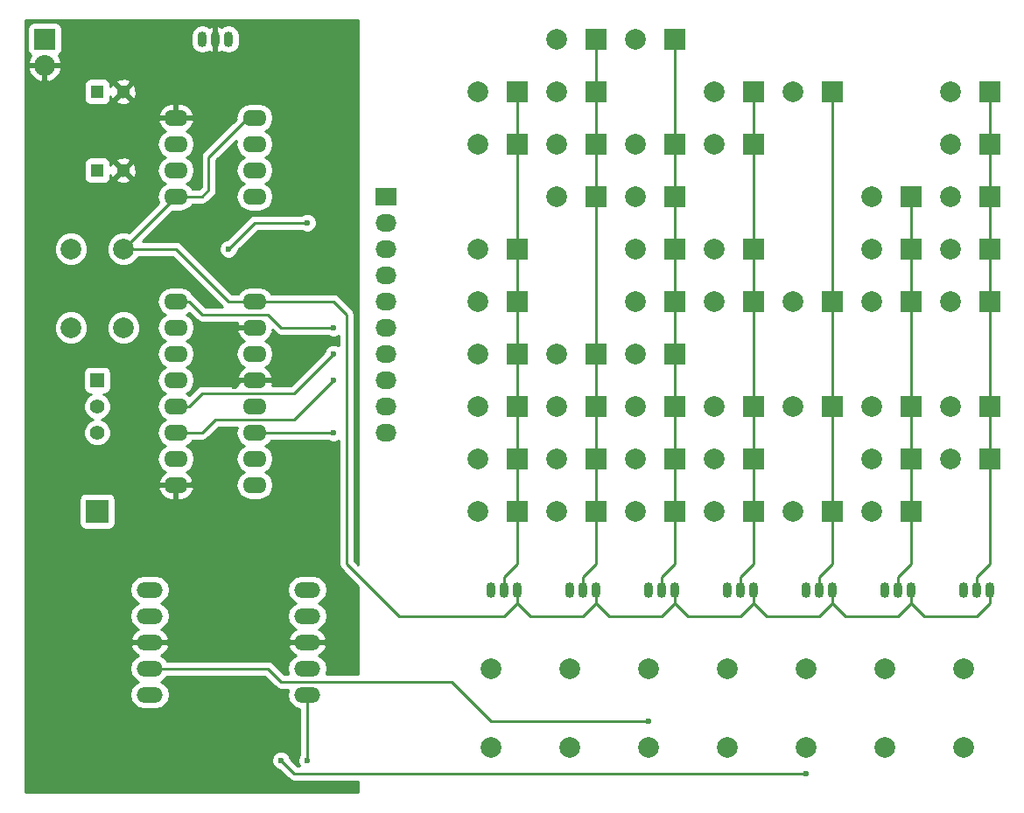
<source format=gbr>
G04 #@! TF.FileFunction,Copper,L2,Bot,Signal*
%FSLAX46Y46*%
G04 Gerber Fmt 4.6, Leading zero omitted, Abs format (unit mm)*
G04 Created by KiCad (PCBNEW 4.0.5+dfsg1-4) date Sun May 13 10:15:53 2018*
%MOMM*%
%LPD*%
G01*
G04 APERTURE LIST*
%ADD10C,0.100000*%
%ADD11R,1.300000X1.300000*%
%ADD12C,1.300000*%
%ADD13C,1.998980*%
%ADD14R,1.998980X1.998980*%
%ADD15R,2.032000X2.032000*%
%ADD16O,2.032000X2.032000*%
%ADD17R,2.235200X2.235200*%
%ADD18R,2.032000X1.727200*%
%ADD19O,2.032000X1.727200*%
%ADD20O,0.899160X1.501140*%
%ADD21R,1.397000X1.397000*%
%ADD22C,1.397000*%
%ADD23O,2.300000X1.600000*%
%ADD24O,2.524000X1.524000*%
%ADD25C,0.600000*%
%ADD26C,0.250000*%
%ADD27C,0.254000*%
G04 APERTURE END LIST*
D10*
D11*
X76200000Y-101600000D03*
D12*
X78700000Y-101600000D03*
D11*
X76200000Y-93980000D03*
D12*
X78700000Y-93980000D03*
D13*
X113030000Y-93980000D03*
D14*
X116840000Y-93980000D03*
D13*
X113030000Y-99060000D03*
D14*
X116840000Y-99060000D03*
D13*
X113030000Y-109220000D03*
D14*
X116840000Y-109220000D03*
D13*
X113030000Y-114300000D03*
D14*
X116840000Y-114300000D03*
D13*
X113030000Y-119380000D03*
D14*
X116840000Y-119380000D03*
D13*
X113030000Y-124460000D03*
D14*
X116840000Y-124460000D03*
D13*
X113030000Y-129540000D03*
D14*
X116840000Y-129540000D03*
D13*
X113030000Y-134620000D03*
D14*
X116840000Y-134620000D03*
D13*
X120650000Y-88900000D03*
D14*
X124460000Y-88900000D03*
D13*
X120650000Y-93980000D03*
D14*
X124460000Y-93980000D03*
D13*
X120650000Y-99060000D03*
D14*
X124460000Y-99060000D03*
D13*
X120650000Y-104140000D03*
D14*
X124460000Y-104140000D03*
D13*
X120650000Y-119380000D03*
D14*
X124460000Y-119380000D03*
D13*
X120650000Y-124460000D03*
D14*
X124460000Y-124460000D03*
D13*
X120650000Y-129540000D03*
D14*
X124460000Y-129540000D03*
D13*
X120650000Y-134620000D03*
D14*
X124460000Y-134620000D03*
D13*
X128270000Y-88900000D03*
D14*
X132080000Y-88900000D03*
D13*
X128270000Y-99060000D03*
D14*
X132080000Y-99060000D03*
D13*
X128270000Y-104140000D03*
D14*
X132080000Y-104140000D03*
D13*
X128270000Y-109220000D03*
D14*
X132080000Y-109220000D03*
D13*
X128270000Y-114300000D03*
D14*
X132080000Y-114300000D03*
D13*
X128270000Y-119380000D03*
D14*
X132080000Y-119380000D03*
D13*
X128270000Y-124460000D03*
D14*
X132080000Y-124460000D03*
D13*
X128270000Y-129540000D03*
D14*
X132080000Y-129540000D03*
D13*
X128270000Y-134620000D03*
D14*
X132080000Y-134620000D03*
D13*
X135890000Y-93980000D03*
D14*
X139700000Y-93980000D03*
D13*
X135890000Y-99060000D03*
D14*
X139700000Y-99060000D03*
D13*
X135890000Y-109220000D03*
D14*
X139700000Y-109220000D03*
D13*
X135890000Y-114300000D03*
D14*
X139700000Y-114300000D03*
D13*
X135890000Y-124460000D03*
D14*
X139700000Y-124460000D03*
D13*
X135890000Y-129540000D03*
D14*
X139700000Y-129540000D03*
D13*
X135890000Y-134620000D03*
D14*
X139700000Y-134620000D03*
D13*
X143510000Y-93980000D03*
D14*
X147320000Y-93980000D03*
D13*
X143510000Y-114300000D03*
D14*
X147320000Y-114300000D03*
D13*
X143510000Y-124460000D03*
D14*
X147320000Y-124460000D03*
D13*
X143510000Y-134620000D03*
D14*
X147320000Y-134620000D03*
D13*
X151130000Y-104140000D03*
D14*
X154940000Y-104140000D03*
D13*
X151130000Y-109220000D03*
D14*
X154940000Y-109220000D03*
D13*
X151130000Y-114300000D03*
D14*
X154940000Y-114300000D03*
D13*
X151130000Y-124460000D03*
D14*
X154940000Y-124460000D03*
D13*
X151130000Y-129540000D03*
D14*
X154940000Y-129540000D03*
D13*
X151130000Y-134620000D03*
D14*
X154940000Y-134620000D03*
D13*
X158750000Y-93980000D03*
D14*
X162560000Y-93980000D03*
D13*
X158750000Y-99060000D03*
D14*
X162560000Y-99060000D03*
D13*
X158750000Y-104140000D03*
D14*
X162560000Y-104140000D03*
D13*
X158750000Y-109220000D03*
D14*
X162560000Y-109220000D03*
D13*
X158750000Y-114300000D03*
D14*
X162560000Y-114300000D03*
D13*
X158750000Y-124460000D03*
D14*
X162560000Y-124460000D03*
D13*
X158750000Y-129540000D03*
D14*
X162560000Y-129540000D03*
D15*
X71120000Y-88900000D03*
D16*
X71120000Y-91440000D03*
D17*
X76200000Y-134620000D03*
D18*
X104140000Y-104140000D03*
D19*
X104140000Y-106680000D03*
X104140000Y-109220000D03*
X104140000Y-111760000D03*
X104140000Y-114300000D03*
X104140000Y-116840000D03*
X104140000Y-119380000D03*
X104140000Y-121920000D03*
X104140000Y-124460000D03*
X104140000Y-127000000D03*
D20*
X115570000Y-142240000D03*
X114300000Y-142240000D03*
X116840000Y-142240000D03*
X123190000Y-142240000D03*
X121920000Y-142240000D03*
X124460000Y-142240000D03*
X130810000Y-142240000D03*
X129540000Y-142240000D03*
X132080000Y-142240000D03*
X138430000Y-142240000D03*
X137160000Y-142240000D03*
X139700000Y-142240000D03*
X146050000Y-142240000D03*
X144780000Y-142240000D03*
X147320000Y-142240000D03*
X153670000Y-142240000D03*
X152400000Y-142240000D03*
X154940000Y-142240000D03*
X161290000Y-142240000D03*
X160020000Y-142240000D03*
X162560000Y-142240000D03*
D21*
X76200000Y-121920000D03*
D22*
X76200000Y-124460000D03*
X76200000Y-127000000D03*
D23*
X83820000Y-96520000D03*
X83820000Y-99060000D03*
X83820000Y-101600000D03*
X83820000Y-104140000D03*
X91440000Y-104140000D03*
X91440000Y-101600000D03*
X91440000Y-99060000D03*
X91440000Y-96520000D03*
X83820000Y-114300000D03*
X83820000Y-116840000D03*
X83820000Y-119380000D03*
X83820000Y-121920000D03*
X83820000Y-124460000D03*
X83820000Y-127000000D03*
X83820000Y-129540000D03*
X83820000Y-132080000D03*
X91440000Y-132080000D03*
X91440000Y-129540000D03*
X91440000Y-127000000D03*
X91440000Y-124460000D03*
X91440000Y-121920000D03*
X91440000Y-119380000D03*
X91440000Y-116840000D03*
X91440000Y-114300000D03*
D20*
X87630000Y-88900000D03*
X86360000Y-88900000D03*
X88900000Y-88900000D03*
D24*
X96520000Y-152400000D03*
X96520000Y-149860000D03*
X96520000Y-147320000D03*
X96520000Y-144780000D03*
X96520000Y-142240000D03*
X81280000Y-142240000D03*
X81280000Y-144780000D03*
X81280000Y-147320000D03*
X81280000Y-149860000D03*
X81280000Y-152400000D03*
D13*
X78740000Y-109220000D03*
X78740000Y-116840000D03*
X73660000Y-116840000D03*
X73660000Y-109220000D03*
X114300000Y-149860000D03*
X114300000Y-157480000D03*
X121920000Y-149860000D03*
X121920000Y-157480000D03*
X129540000Y-149860000D03*
X129540000Y-157480000D03*
X137160000Y-149860000D03*
X137160000Y-157480000D03*
X144780000Y-149860000D03*
X144780000Y-157480000D03*
X152400000Y-149860000D03*
X152400000Y-157480000D03*
X160020000Y-149860000D03*
X160020000Y-157480000D03*
D25*
X89535000Y-122555000D03*
X88900000Y-128270000D03*
X96520000Y-106680000D03*
X88900000Y-109220000D03*
X99060000Y-116840000D03*
X99060000Y-119380000D03*
X99060000Y-121920000D03*
X99060000Y-127000000D03*
X96520000Y-158750000D03*
X129540000Y-154940000D03*
X144780000Y-160020000D03*
X93980000Y-158750000D03*
D26*
X83820000Y-132080000D02*
X85090000Y-132080000D01*
X90170000Y-121920000D02*
X91440000Y-121920000D01*
X89535000Y-122555000D02*
X90170000Y-121920000D01*
X85090000Y-132080000D02*
X88900000Y-128270000D01*
X116840000Y-134620000D02*
X116840000Y-139700000D01*
X115570000Y-140970000D02*
X115570000Y-142240000D01*
X116840000Y-139700000D02*
X115570000Y-140970000D01*
X116840000Y-129540000D02*
X116840000Y-134620000D01*
X116840000Y-124460000D02*
X116840000Y-129540000D01*
X116840000Y-119380000D02*
X116840000Y-124460000D01*
X116840000Y-114300000D02*
X116840000Y-119380000D01*
X116840000Y-109220000D02*
X116840000Y-114300000D01*
X116840000Y-99060000D02*
X116840000Y-109220000D01*
X116840000Y-93980000D02*
X116840000Y-99060000D01*
X124460000Y-93980000D02*
X124460000Y-88900000D01*
X124460000Y-99060000D02*
X124460000Y-93980000D01*
X124460000Y-104140000D02*
X124460000Y-99060000D01*
X124460000Y-119380000D02*
X124460000Y-104140000D01*
X124460000Y-124460000D02*
X124460000Y-119380000D01*
X124460000Y-129540000D02*
X124460000Y-124460000D01*
X124460000Y-134620000D02*
X124460000Y-129540000D01*
X123190000Y-142240000D02*
X123190000Y-140970000D01*
X124460000Y-139700000D02*
X124460000Y-134620000D01*
X123190000Y-140970000D02*
X124460000Y-139700000D01*
X132080000Y-104140000D02*
X132080000Y-109220000D01*
X132080000Y-119380000D02*
X132080000Y-124460000D01*
X132080000Y-134620000D02*
X132080000Y-139700000D01*
X130810000Y-140970000D02*
X130810000Y-142240000D01*
X132080000Y-139700000D02*
X130810000Y-140970000D01*
X132080000Y-129540000D02*
X132080000Y-134620000D01*
X132080000Y-124460000D02*
X132080000Y-129540000D01*
X132080000Y-114300000D02*
X132080000Y-124460000D01*
X132080000Y-104140000D02*
X132080000Y-114300000D01*
X132080000Y-99060000D02*
X132080000Y-104140000D01*
X132080000Y-88900000D02*
X132080000Y-99060000D01*
X139700000Y-99060000D02*
X139700000Y-93980000D01*
X139700000Y-109220000D02*
X139700000Y-99060000D01*
X139700000Y-114300000D02*
X139700000Y-109220000D01*
X139700000Y-124460000D02*
X139700000Y-114300000D01*
X139700000Y-129540000D02*
X139700000Y-124460000D01*
X139700000Y-134620000D02*
X139700000Y-129540000D01*
X138430000Y-142240000D02*
X138430000Y-140970000D01*
X139700000Y-139700000D02*
X139700000Y-134620000D01*
X138430000Y-140970000D02*
X139700000Y-139700000D01*
X147320000Y-134620000D02*
X147320000Y-139700000D01*
X146050000Y-140970000D02*
X146050000Y-142240000D01*
X147320000Y-139700000D02*
X146050000Y-140970000D01*
X147320000Y-124460000D02*
X147320000Y-134620000D01*
X147320000Y-114300000D02*
X147320000Y-124460000D01*
X147320000Y-93980000D02*
X147320000Y-114300000D01*
X154940000Y-109220000D02*
X154940000Y-104140000D01*
X154940000Y-114300000D02*
X154940000Y-109220000D01*
X154940000Y-124460000D02*
X154940000Y-115570000D01*
X154940000Y-115570000D02*
X154940000Y-114300000D01*
X154940000Y-129540000D02*
X154940000Y-124460000D01*
X154940000Y-134620000D02*
X154940000Y-129540000D01*
X153670000Y-142240000D02*
X153670000Y-140970000D01*
X154940000Y-139700000D02*
X154940000Y-134620000D01*
X153670000Y-140970000D02*
X154940000Y-139700000D01*
X162560000Y-129540000D02*
X162560000Y-139700000D01*
X161290000Y-140970000D02*
X161290000Y-142240000D01*
X162560000Y-139700000D02*
X161290000Y-140970000D01*
X162560000Y-124460000D02*
X162560000Y-129540000D01*
X162560000Y-114300000D02*
X162560000Y-124460000D01*
X162560000Y-109220000D02*
X162560000Y-114300000D01*
X162560000Y-104140000D02*
X162560000Y-109220000D01*
X162560000Y-99060000D02*
X162560000Y-104140000D01*
X162560000Y-93980000D02*
X162560000Y-99060000D01*
X154940000Y-142240000D02*
X154940000Y-143510000D01*
X154940000Y-143510000D02*
X156210000Y-144780000D01*
X153670000Y-144780000D02*
X154940000Y-143510000D01*
X154940000Y-142240000D02*
X154940000Y-143510000D01*
X154940000Y-143510000D02*
X154940000Y-142240000D01*
X78740000Y-109220000D02*
X83820000Y-109220000D01*
X88900000Y-114300000D02*
X91440000Y-114300000D01*
X83820000Y-109220000D02*
X88900000Y-114300000D01*
X83820000Y-104140000D02*
X78740000Y-109220000D01*
X91440000Y-96520000D02*
X90805000Y-96520000D01*
X90805000Y-96520000D02*
X86995000Y-100330000D01*
X86995000Y-100330000D02*
X86995000Y-103505000D01*
X86995000Y-103505000D02*
X86360000Y-104140000D01*
X86360000Y-104140000D02*
X83820000Y-104140000D01*
X116840000Y-142240000D02*
X116840000Y-143510000D01*
X116840000Y-143510000D02*
X115570000Y-144780000D01*
X115570000Y-144780000D02*
X105410000Y-144780000D01*
X105410000Y-144780000D02*
X100330000Y-139700000D01*
X100330000Y-139700000D02*
X100330000Y-115570000D01*
X100330000Y-115570000D02*
X99060000Y-114300000D01*
X99060000Y-114300000D02*
X91440000Y-114300000D01*
X147320000Y-142240000D02*
X147320000Y-143510000D01*
X147320000Y-143510000D02*
X148590000Y-144780000D01*
X162560000Y-143510000D02*
X162560000Y-142240000D01*
X161290000Y-144780000D02*
X162560000Y-143510000D01*
X148590000Y-144780000D02*
X153670000Y-144780000D01*
X156210000Y-144780000D02*
X161290000Y-144780000D01*
X139700000Y-142240000D02*
X139700000Y-143510000D01*
X139700000Y-143510000D02*
X140970000Y-144780000D01*
X146050000Y-144780000D02*
X147320000Y-143510000D01*
X140970000Y-144780000D02*
X146050000Y-144780000D01*
X132080000Y-142240000D02*
X132080000Y-143510000D01*
X132080000Y-143510000D02*
X133350000Y-144780000D01*
X138430000Y-144780000D02*
X139700000Y-143510000D01*
X133350000Y-144780000D02*
X138430000Y-144780000D01*
X120650000Y-144780000D02*
X118110000Y-144780000D01*
X118110000Y-144780000D02*
X116840000Y-143510000D01*
X124460000Y-142240000D02*
X124460000Y-143510000D01*
X124460000Y-143510000D02*
X125730000Y-144780000D01*
X130810000Y-144780000D02*
X132080000Y-143510000D01*
X125730000Y-144780000D02*
X130810000Y-144780000D01*
X123190000Y-144780000D02*
X124460000Y-143510000D01*
X120650000Y-144780000D02*
X123190000Y-144780000D01*
X91440000Y-106680000D02*
X96520000Y-106680000D01*
X88900000Y-109220000D02*
X91440000Y-106680000D01*
X85090000Y-114300000D02*
X83820000Y-114300000D01*
X86360000Y-115570000D02*
X85090000Y-114300000D01*
X92710000Y-115570000D02*
X86360000Y-115570000D01*
X93980000Y-116840000D02*
X92710000Y-115570000D01*
X99060000Y-116840000D02*
X93980000Y-116840000D01*
X99060000Y-119380000D02*
X95250000Y-123190000D01*
X95250000Y-123190000D02*
X86360000Y-123190000D01*
X86360000Y-123190000D02*
X85090000Y-124460000D01*
X85090000Y-124460000D02*
X83820000Y-124460000D01*
X86360000Y-127000000D02*
X83820000Y-127000000D01*
X87630000Y-125730000D02*
X86360000Y-127000000D01*
X95250000Y-125730000D02*
X87630000Y-125730000D01*
X99060000Y-121920000D02*
X95250000Y-125730000D01*
X99060000Y-127000000D02*
X91440000Y-127000000D01*
X96520000Y-158750000D02*
X96520000Y-152400000D01*
X81280000Y-149860000D02*
X92710000Y-149860000D01*
X114300000Y-154940000D02*
X129540000Y-154940000D01*
X110490000Y-151130000D02*
X114300000Y-154940000D01*
X93980000Y-151130000D02*
X110490000Y-151130000D01*
X92710000Y-149860000D02*
X93980000Y-151130000D01*
X95250000Y-160020000D02*
X144780000Y-160020000D01*
X93980000Y-158750000D02*
X95250000Y-160020000D01*
D27*
G36*
X101473000Y-139768198D02*
X101090000Y-139385198D01*
X101090000Y-115570000D01*
X101032148Y-115279161D01*
X101032148Y-115279160D01*
X100867401Y-115032599D01*
X99597401Y-113762599D01*
X99350839Y-113597852D01*
X99060000Y-113540000D01*
X93009852Y-113540000D01*
X92839668Y-113285302D01*
X92374121Y-112974233D01*
X91824970Y-112865000D01*
X91055030Y-112865000D01*
X90505879Y-112974233D01*
X90040332Y-113285302D01*
X89870148Y-113540000D01*
X89214802Y-113540000D01*
X85079969Y-109405167D01*
X87964838Y-109405167D01*
X88106883Y-109748943D01*
X88369673Y-110012192D01*
X88713201Y-110154838D01*
X89085167Y-110155162D01*
X89428943Y-110013117D01*
X89692192Y-109750327D01*
X89834838Y-109406799D01*
X89834879Y-109359923D01*
X91754802Y-107440000D01*
X95957537Y-107440000D01*
X95989673Y-107472192D01*
X96333201Y-107614838D01*
X96705167Y-107615162D01*
X97048943Y-107473117D01*
X97312192Y-107210327D01*
X97454838Y-106866799D01*
X97455162Y-106494833D01*
X97313117Y-106151057D01*
X97050327Y-105887808D01*
X96706799Y-105745162D01*
X96334833Y-105744838D01*
X95991057Y-105886883D01*
X95957882Y-105920000D01*
X91440000Y-105920000D01*
X91197414Y-105968254D01*
X91149160Y-105977852D01*
X90902599Y-106142599D01*
X88760320Y-108284878D01*
X88714833Y-108284838D01*
X88371057Y-108426883D01*
X88107808Y-108689673D01*
X87965162Y-109033201D01*
X87964838Y-109405167D01*
X85079969Y-109405167D01*
X84357401Y-108682599D01*
X84110839Y-108517852D01*
X83820000Y-108460000D01*
X80574802Y-108460000D01*
X83459802Y-105575000D01*
X84204970Y-105575000D01*
X84754121Y-105465767D01*
X85219668Y-105154698D01*
X85389852Y-104900000D01*
X86360000Y-104900000D01*
X86650839Y-104842148D01*
X86897401Y-104677401D01*
X87532401Y-104042401D01*
X87697148Y-103795839D01*
X87755000Y-103505000D01*
X87755000Y-100644802D01*
X89689611Y-98710191D01*
X89620030Y-99060000D01*
X89729263Y-99609151D01*
X90040332Y-100074698D01*
X90422418Y-100330000D01*
X90040332Y-100585302D01*
X89729263Y-101050849D01*
X89620030Y-101600000D01*
X89729263Y-102149151D01*
X90040332Y-102614698D01*
X90422418Y-102870000D01*
X90040332Y-103125302D01*
X89729263Y-103590849D01*
X89620030Y-104140000D01*
X89729263Y-104689151D01*
X90040332Y-105154698D01*
X90505879Y-105465767D01*
X91055030Y-105575000D01*
X91824970Y-105575000D01*
X92374121Y-105465767D01*
X92839668Y-105154698D01*
X93150737Y-104689151D01*
X93259970Y-104140000D01*
X93150737Y-103590849D01*
X92839668Y-103125302D01*
X92457582Y-102870000D01*
X92839668Y-102614698D01*
X93150737Y-102149151D01*
X93259970Y-101600000D01*
X93150737Y-101050849D01*
X92839668Y-100585302D01*
X92457582Y-100330000D01*
X92839668Y-100074698D01*
X93150737Y-99609151D01*
X93259970Y-99060000D01*
X93150737Y-98510849D01*
X92839668Y-98045302D01*
X92457582Y-97790000D01*
X92839668Y-97534698D01*
X93150737Y-97069151D01*
X93259970Y-96520000D01*
X93150737Y-95970849D01*
X92839668Y-95505302D01*
X92374121Y-95194233D01*
X91824970Y-95085000D01*
X91055030Y-95085000D01*
X90505879Y-95194233D01*
X90040332Y-95505302D01*
X89729263Y-95970849D01*
X89620030Y-96520000D01*
X89638308Y-96611890D01*
X86457599Y-99792599D01*
X86292852Y-100039161D01*
X86235000Y-100330000D01*
X86235000Y-103190198D01*
X86045198Y-103380000D01*
X85389852Y-103380000D01*
X85219668Y-103125302D01*
X84837582Y-102870000D01*
X85219668Y-102614698D01*
X85530737Y-102149151D01*
X85639970Y-101600000D01*
X85530737Y-101050849D01*
X85219668Y-100585302D01*
X84837582Y-100330000D01*
X85219668Y-100074698D01*
X85530737Y-99609151D01*
X85639970Y-99060000D01*
X85530737Y-98510849D01*
X85219668Y-98045302D01*
X84841849Y-97792851D01*
X85274500Y-97444896D01*
X85544367Y-96951819D01*
X85561904Y-96869039D01*
X85439915Y-96647000D01*
X83947000Y-96647000D01*
X83947000Y-96667000D01*
X83693000Y-96667000D01*
X83693000Y-96647000D01*
X82200085Y-96647000D01*
X82078096Y-96869039D01*
X82095633Y-96951819D01*
X82365500Y-97444896D01*
X82798151Y-97792851D01*
X82420332Y-98045302D01*
X82109263Y-98510849D01*
X82000030Y-99060000D01*
X82109263Y-99609151D01*
X82420332Y-100074698D01*
X82802418Y-100330000D01*
X82420332Y-100585302D01*
X82109263Y-101050849D01*
X82000030Y-101600000D01*
X82109263Y-102149151D01*
X82420332Y-102614698D01*
X82802418Y-102870000D01*
X82420332Y-103125302D01*
X82109263Y-103590849D01*
X82000030Y-104140000D01*
X82109263Y-104689151D01*
X82144024Y-104741174D01*
X79231083Y-107654115D01*
X79066547Y-107585794D01*
X78416306Y-107585226D01*
X77815345Y-107833538D01*
X77355154Y-108292927D01*
X77105794Y-108893453D01*
X77105226Y-109543694D01*
X77353538Y-110144655D01*
X77812927Y-110604846D01*
X78413453Y-110854206D01*
X79063694Y-110854774D01*
X79664655Y-110606462D01*
X80124846Y-110147073D01*
X80194221Y-109980000D01*
X83505198Y-109980000D01*
X88335198Y-114810000D01*
X86674802Y-114810000D01*
X85627401Y-113762599D01*
X85466955Y-113655393D01*
X85219668Y-113285302D01*
X84754121Y-112974233D01*
X84204970Y-112865000D01*
X83435030Y-112865000D01*
X82885879Y-112974233D01*
X82420332Y-113285302D01*
X82109263Y-113750849D01*
X82000030Y-114300000D01*
X82109263Y-114849151D01*
X82420332Y-115314698D01*
X82802418Y-115570000D01*
X82420332Y-115825302D01*
X82109263Y-116290849D01*
X82000030Y-116840000D01*
X82109263Y-117389151D01*
X82420332Y-117854698D01*
X82802418Y-118110000D01*
X82420332Y-118365302D01*
X82109263Y-118830849D01*
X82000030Y-119380000D01*
X82109263Y-119929151D01*
X82420332Y-120394698D01*
X82802418Y-120650000D01*
X82420332Y-120905302D01*
X82109263Y-121370849D01*
X82000030Y-121920000D01*
X82109263Y-122469151D01*
X82420332Y-122934698D01*
X82802418Y-123190000D01*
X82420332Y-123445302D01*
X82109263Y-123910849D01*
X82000030Y-124460000D01*
X82109263Y-125009151D01*
X82420332Y-125474698D01*
X82802418Y-125730000D01*
X82420332Y-125985302D01*
X82109263Y-126450849D01*
X82000030Y-127000000D01*
X82109263Y-127549151D01*
X82420332Y-128014698D01*
X82802418Y-128270000D01*
X82420332Y-128525302D01*
X82109263Y-128990849D01*
X82000030Y-129540000D01*
X82109263Y-130089151D01*
X82420332Y-130554698D01*
X82798151Y-130807149D01*
X82365500Y-131155104D01*
X82095633Y-131648181D01*
X82078096Y-131730961D01*
X82200085Y-131953000D01*
X83693000Y-131953000D01*
X83693000Y-131933000D01*
X83947000Y-131933000D01*
X83947000Y-131953000D01*
X85439915Y-131953000D01*
X85561904Y-131730961D01*
X85544367Y-131648181D01*
X85274500Y-131155104D01*
X84841849Y-130807149D01*
X85219668Y-130554698D01*
X85530737Y-130089151D01*
X85639970Y-129540000D01*
X85530737Y-128990849D01*
X85219668Y-128525302D01*
X84837582Y-128270000D01*
X85219668Y-128014698D01*
X85389852Y-127760000D01*
X86360000Y-127760000D01*
X86650839Y-127702148D01*
X86897401Y-127537401D01*
X87944802Y-126490000D01*
X89721475Y-126490000D01*
X89620030Y-127000000D01*
X89729263Y-127549151D01*
X90040332Y-128014698D01*
X90422418Y-128270000D01*
X90040332Y-128525302D01*
X89729263Y-128990849D01*
X89620030Y-129540000D01*
X89729263Y-130089151D01*
X90040332Y-130554698D01*
X90422418Y-130810000D01*
X90040332Y-131065302D01*
X89729263Y-131530849D01*
X89620030Y-132080000D01*
X89729263Y-132629151D01*
X90040332Y-133094698D01*
X90505879Y-133405767D01*
X91055030Y-133515000D01*
X91824970Y-133515000D01*
X92374121Y-133405767D01*
X92839668Y-133094698D01*
X93150737Y-132629151D01*
X93259970Y-132080000D01*
X93150737Y-131530849D01*
X92839668Y-131065302D01*
X92457582Y-130810000D01*
X92839668Y-130554698D01*
X93150737Y-130089151D01*
X93259970Y-129540000D01*
X93150737Y-128990849D01*
X92839668Y-128525302D01*
X92457582Y-128270000D01*
X92839668Y-128014698D01*
X93009852Y-127760000D01*
X98497537Y-127760000D01*
X98529673Y-127792192D01*
X98873201Y-127934838D01*
X99245167Y-127935162D01*
X99570000Y-127800944D01*
X99570000Y-139700000D01*
X99627852Y-139990839D01*
X99792599Y-140237401D01*
X101473000Y-141917802D01*
X101473000Y-150370000D01*
X98352719Y-150370000D01*
X98454164Y-149860000D01*
X98347824Y-149325391D01*
X98044992Y-148872172D01*
X97608778Y-148580702D01*
X97671941Y-148562059D01*
X98097630Y-148218026D01*
X98359260Y-147737277D01*
X98374220Y-147663070D01*
X98251720Y-147447000D01*
X96647000Y-147447000D01*
X96647000Y-147467000D01*
X96393000Y-147467000D01*
X96393000Y-147447000D01*
X94788280Y-147447000D01*
X94665780Y-147663070D01*
X94680740Y-147737277D01*
X94942370Y-148218026D01*
X95368059Y-148562059D01*
X95431222Y-148580702D01*
X94995008Y-148872172D01*
X94692176Y-149325391D01*
X94585836Y-149860000D01*
X94687281Y-150370000D01*
X94294802Y-150370000D01*
X93247401Y-149322599D01*
X93000839Y-149157852D01*
X92710000Y-149100000D01*
X82957222Y-149100000D01*
X82804992Y-148872172D01*
X82368778Y-148580702D01*
X82431941Y-148562059D01*
X82857630Y-148218026D01*
X83119260Y-147737277D01*
X83134220Y-147663070D01*
X83011720Y-147447000D01*
X81407000Y-147447000D01*
X81407000Y-147467000D01*
X81153000Y-147467000D01*
X81153000Y-147447000D01*
X79548280Y-147447000D01*
X79425780Y-147663070D01*
X79440740Y-147737277D01*
X79702370Y-148218026D01*
X80128059Y-148562059D01*
X80191222Y-148580702D01*
X79755008Y-148872172D01*
X79452176Y-149325391D01*
X79345836Y-149860000D01*
X79452176Y-150394609D01*
X79755008Y-150847828D01*
X80177307Y-151130000D01*
X79755008Y-151412172D01*
X79452176Y-151865391D01*
X79345836Y-152400000D01*
X79452176Y-152934609D01*
X79755008Y-153387828D01*
X80208227Y-153690660D01*
X80742836Y-153797000D01*
X81817164Y-153797000D01*
X82351773Y-153690660D01*
X82804992Y-153387828D01*
X83107824Y-152934609D01*
X83214164Y-152400000D01*
X83107824Y-151865391D01*
X82804992Y-151412172D01*
X82382693Y-151130000D01*
X82804992Y-150847828D01*
X82957222Y-150620000D01*
X92395198Y-150620000D01*
X93442599Y-151667401D01*
X93689160Y-151832148D01*
X93980000Y-151890000D01*
X94687281Y-151890000D01*
X94585836Y-152400000D01*
X94692176Y-152934609D01*
X94995008Y-153387828D01*
X95448227Y-153690660D01*
X95760000Y-153752675D01*
X95760000Y-158187537D01*
X95727808Y-158219673D01*
X95585162Y-158563201D01*
X95584838Y-158935167D01*
X95719056Y-159260000D01*
X95564802Y-159260000D01*
X94915122Y-158610320D01*
X94915162Y-158564833D01*
X94773117Y-158221057D01*
X94510327Y-157957808D01*
X94166799Y-157815162D01*
X93794833Y-157814838D01*
X93451057Y-157956883D01*
X93187808Y-158219673D01*
X93045162Y-158563201D01*
X93044838Y-158935167D01*
X93186883Y-159278943D01*
X93449673Y-159542192D01*
X93793201Y-159684838D01*
X93840077Y-159684879D01*
X94712599Y-160557401D01*
X94959160Y-160722148D01*
X95250000Y-160780000D01*
X101473000Y-160780000D01*
X101473000Y-161850000D01*
X69290000Y-161850000D01*
X69290000Y-142240000D01*
X79345836Y-142240000D01*
X79452176Y-142774609D01*
X79755008Y-143227828D01*
X80177307Y-143510000D01*
X79755008Y-143792172D01*
X79452176Y-144245391D01*
X79345836Y-144780000D01*
X79452176Y-145314609D01*
X79755008Y-145767828D01*
X80191222Y-146059298D01*
X80128059Y-146077941D01*
X79702370Y-146421974D01*
X79440740Y-146902723D01*
X79425780Y-146976930D01*
X79548280Y-147193000D01*
X81153000Y-147193000D01*
X81153000Y-147173000D01*
X81407000Y-147173000D01*
X81407000Y-147193000D01*
X83011720Y-147193000D01*
X83134220Y-146976930D01*
X83119260Y-146902723D01*
X82857630Y-146421974D01*
X82431941Y-146077941D01*
X82368778Y-146059298D01*
X82804992Y-145767828D01*
X83107824Y-145314609D01*
X83214164Y-144780000D01*
X83107824Y-144245391D01*
X82804992Y-143792172D01*
X82382693Y-143510000D01*
X82804992Y-143227828D01*
X83107824Y-142774609D01*
X83214164Y-142240000D01*
X94585836Y-142240000D01*
X94692176Y-142774609D01*
X94995008Y-143227828D01*
X95417307Y-143510000D01*
X94995008Y-143792172D01*
X94692176Y-144245391D01*
X94585836Y-144780000D01*
X94692176Y-145314609D01*
X94995008Y-145767828D01*
X95431222Y-146059298D01*
X95368059Y-146077941D01*
X94942370Y-146421974D01*
X94680740Y-146902723D01*
X94665780Y-146976930D01*
X94788280Y-147193000D01*
X96393000Y-147193000D01*
X96393000Y-147173000D01*
X96647000Y-147173000D01*
X96647000Y-147193000D01*
X98251720Y-147193000D01*
X98374220Y-146976930D01*
X98359260Y-146902723D01*
X98097630Y-146421974D01*
X97671941Y-146077941D01*
X97608778Y-146059298D01*
X98044992Y-145767828D01*
X98347824Y-145314609D01*
X98454164Y-144780000D01*
X98347824Y-144245391D01*
X98044992Y-143792172D01*
X97622693Y-143510000D01*
X98044992Y-143227828D01*
X98347824Y-142774609D01*
X98454164Y-142240000D01*
X98347824Y-141705391D01*
X98044992Y-141252172D01*
X97591773Y-140949340D01*
X97057164Y-140843000D01*
X95982836Y-140843000D01*
X95448227Y-140949340D01*
X94995008Y-141252172D01*
X94692176Y-141705391D01*
X94585836Y-142240000D01*
X83214164Y-142240000D01*
X83107824Y-141705391D01*
X82804992Y-141252172D01*
X82351773Y-140949340D01*
X81817164Y-140843000D01*
X80742836Y-140843000D01*
X80208227Y-140949340D01*
X79755008Y-141252172D01*
X79452176Y-141705391D01*
X79345836Y-142240000D01*
X69290000Y-142240000D01*
X69290000Y-133502400D01*
X74434960Y-133502400D01*
X74434960Y-135737600D01*
X74479238Y-135972917D01*
X74618310Y-136189041D01*
X74830510Y-136334031D01*
X75082400Y-136385040D01*
X77317600Y-136385040D01*
X77552917Y-136340762D01*
X77769041Y-136201690D01*
X77914031Y-135989490D01*
X77965040Y-135737600D01*
X77965040Y-133502400D01*
X77920762Y-133267083D01*
X77781690Y-133050959D01*
X77569490Y-132905969D01*
X77317600Y-132854960D01*
X75082400Y-132854960D01*
X74847083Y-132899238D01*
X74630959Y-133038310D01*
X74485969Y-133250510D01*
X74434960Y-133502400D01*
X69290000Y-133502400D01*
X69290000Y-132429039D01*
X82078096Y-132429039D01*
X82095633Y-132511819D01*
X82365500Y-133004896D01*
X82803517Y-133357166D01*
X83343000Y-133515000D01*
X83693000Y-133515000D01*
X83693000Y-132207000D01*
X83947000Y-132207000D01*
X83947000Y-133515000D01*
X84297000Y-133515000D01*
X84836483Y-133357166D01*
X85274500Y-133004896D01*
X85544367Y-132511819D01*
X85561904Y-132429039D01*
X85439915Y-132207000D01*
X83947000Y-132207000D01*
X83693000Y-132207000D01*
X82200085Y-132207000D01*
X82078096Y-132429039D01*
X69290000Y-132429039D01*
X69290000Y-121221500D01*
X74854060Y-121221500D01*
X74854060Y-122618500D01*
X74898338Y-122853817D01*
X75037410Y-123069941D01*
X75249610Y-123214931D01*
X75501500Y-123265940D01*
X75597884Y-123265940D01*
X75445620Y-123328854D01*
X75070173Y-123703647D01*
X74866732Y-124193587D01*
X74866269Y-124724086D01*
X75068854Y-125214380D01*
X75443647Y-125589827D01*
X75781446Y-125730094D01*
X75445620Y-125868854D01*
X75070173Y-126243647D01*
X74866732Y-126733587D01*
X74866269Y-127264086D01*
X75068854Y-127754380D01*
X75443647Y-128129827D01*
X75933587Y-128333268D01*
X76464086Y-128333731D01*
X76954380Y-128131146D01*
X77329827Y-127756353D01*
X77533268Y-127266413D01*
X77533731Y-126735914D01*
X77331146Y-126245620D01*
X76956353Y-125870173D01*
X76618554Y-125729906D01*
X76954380Y-125591146D01*
X77329827Y-125216353D01*
X77533268Y-124726413D01*
X77533731Y-124195914D01*
X77331146Y-123705620D01*
X76956353Y-123330173D01*
X76801663Y-123265940D01*
X76898500Y-123265940D01*
X77133817Y-123221662D01*
X77349941Y-123082590D01*
X77494931Y-122870390D01*
X77545940Y-122618500D01*
X77545940Y-121221500D01*
X77501662Y-120986183D01*
X77362590Y-120770059D01*
X77150390Y-120625069D01*
X76898500Y-120574060D01*
X75501500Y-120574060D01*
X75266183Y-120618338D01*
X75050059Y-120757410D01*
X74905069Y-120969610D01*
X74854060Y-121221500D01*
X69290000Y-121221500D01*
X69290000Y-117163694D01*
X72025226Y-117163694D01*
X72273538Y-117764655D01*
X72732927Y-118224846D01*
X73333453Y-118474206D01*
X73983694Y-118474774D01*
X74584655Y-118226462D01*
X75044846Y-117767073D01*
X75294206Y-117166547D01*
X75294208Y-117163694D01*
X77105226Y-117163694D01*
X77353538Y-117764655D01*
X77812927Y-118224846D01*
X78413453Y-118474206D01*
X79063694Y-118474774D01*
X79664655Y-118226462D01*
X80124846Y-117767073D01*
X80374206Y-117166547D01*
X80374774Y-116516306D01*
X80126462Y-115915345D01*
X79667073Y-115455154D01*
X79066547Y-115205794D01*
X78416306Y-115205226D01*
X77815345Y-115453538D01*
X77355154Y-115912927D01*
X77105794Y-116513453D01*
X77105226Y-117163694D01*
X75294208Y-117163694D01*
X75294774Y-116516306D01*
X75046462Y-115915345D01*
X74587073Y-115455154D01*
X73986547Y-115205794D01*
X73336306Y-115205226D01*
X72735345Y-115453538D01*
X72275154Y-115912927D01*
X72025794Y-116513453D01*
X72025226Y-117163694D01*
X69290000Y-117163694D01*
X69290000Y-109543694D01*
X72025226Y-109543694D01*
X72273538Y-110144655D01*
X72732927Y-110604846D01*
X73333453Y-110854206D01*
X73983694Y-110854774D01*
X74584655Y-110606462D01*
X75044846Y-110147073D01*
X75294206Y-109546547D01*
X75294774Y-108896306D01*
X75046462Y-108295345D01*
X74587073Y-107835154D01*
X73986547Y-107585794D01*
X73336306Y-107585226D01*
X72735345Y-107833538D01*
X72275154Y-108292927D01*
X72025794Y-108893453D01*
X72025226Y-109543694D01*
X69290000Y-109543694D01*
X69290000Y-100950000D01*
X74902560Y-100950000D01*
X74902560Y-102250000D01*
X74946838Y-102485317D01*
X75085910Y-102701441D01*
X75298110Y-102846431D01*
X75550000Y-102897440D01*
X76850000Y-102897440D01*
X77085317Y-102853162D01*
X77301441Y-102714090D01*
X77446431Y-102501890D01*
X77447012Y-102499016D01*
X77980590Y-102499016D01*
X78036271Y-102729611D01*
X78519078Y-102897622D01*
X79029428Y-102868083D01*
X79363729Y-102729611D01*
X79419410Y-102499016D01*
X78700000Y-101779605D01*
X77980590Y-102499016D01*
X77447012Y-102499016D01*
X77497440Y-102250000D01*
X77497440Y-102087615D01*
X77570389Y-102263729D01*
X77800984Y-102319410D01*
X78520395Y-101600000D01*
X78879605Y-101600000D01*
X79599016Y-102319410D01*
X79829611Y-102263729D01*
X79997622Y-101780922D01*
X79968083Y-101270572D01*
X79829611Y-100936271D01*
X79599016Y-100880590D01*
X78879605Y-101600000D01*
X78520395Y-101600000D01*
X77800984Y-100880590D01*
X77570389Y-100936271D01*
X77497440Y-101145902D01*
X77497440Y-100950000D01*
X77453162Y-100714683D01*
X77444347Y-100700984D01*
X77980590Y-100700984D01*
X78700000Y-101420395D01*
X79419410Y-100700984D01*
X79363729Y-100470389D01*
X78880922Y-100302378D01*
X78370572Y-100331917D01*
X78036271Y-100470389D01*
X77980590Y-100700984D01*
X77444347Y-100700984D01*
X77314090Y-100498559D01*
X77101890Y-100353569D01*
X76850000Y-100302560D01*
X75550000Y-100302560D01*
X75314683Y-100346838D01*
X75098559Y-100485910D01*
X74953569Y-100698110D01*
X74902560Y-100950000D01*
X69290000Y-100950000D01*
X69290000Y-96170961D01*
X82078096Y-96170961D01*
X82200085Y-96393000D01*
X83693000Y-96393000D01*
X83693000Y-95085000D01*
X83947000Y-95085000D01*
X83947000Y-96393000D01*
X85439915Y-96393000D01*
X85561904Y-96170961D01*
X85544367Y-96088181D01*
X85274500Y-95595104D01*
X84836483Y-95242834D01*
X84297000Y-95085000D01*
X83947000Y-95085000D01*
X83693000Y-95085000D01*
X83343000Y-95085000D01*
X82803517Y-95242834D01*
X82365500Y-95595104D01*
X82095633Y-96088181D01*
X82078096Y-96170961D01*
X69290000Y-96170961D01*
X69290000Y-93330000D01*
X74902560Y-93330000D01*
X74902560Y-94630000D01*
X74946838Y-94865317D01*
X75085910Y-95081441D01*
X75298110Y-95226431D01*
X75550000Y-95277440D01*
X76850000Y-95277440D01*
X77085317Y-95233162D01*
X77301441Y-95094090D01*
X77446431Y-94881890D01*
X77447012Y-94879016D01*
X77980590Y-94879016D01*
X78036271Y-95109611D01*
X78519078Y-95277622D01*
X79029428Y-95248083D01*
X79363729Y-95109611D01*
X79419410Y-94879016D01*
X78700000Y-94159605D01*
X77980590Y-94879016D01*
X77447012Y-94879016D01*
X77497440Y-94630000D01*
X77497440Y-94467615D01*
X77570389Y-94643729D01*
X77800984Y-94699410D01*
X78520395Y-93980000D01*
X78879605Y-93980000D01*
X79599016Y-94699410D01*
X79829611Y-94643729D01*
X79997622Y-94160922D01*
X79968083Y-93650572D01*
X79829611Y-93316271D01*
X79599016Y-93260590D01*
X78879605Y-93980000D01*
X78520395Y-93980000D01*
X77800984Y-93260590D01*
X77570389Y-93316271D01*
X77497440Y-93525902D01*
X77497440Y-93330000D01*
X77453162Y-93094683D01*
X77444347Y-93080984D01*
X77980590Y-93080984D01*
X78700000Y-93800395D01*
X79419410Y-93080984D01*
X79363729Y-92850389D01*
X78880922Y-92682378D01*
X78370572Y-92711917D01*
X78036271Y-92850389D01*
X77980590Y-93080984D01*
X77444347Y-93080984D01*
X77314090Y-92878559D01*
X77101890Y-92733569D01*
X76850000Y-92682560D01*
X75550000Y-92682560D01*
X75314683Y-92726838D01*
X75098559Y-92865910D01*
X74953569Y-93078110D01*
X74902560Y-93330000D01*
X69290000Y-93330000D01*
X69290000Y-91822944D01*
X69514025Y-91822944D01*
X69713615Y-92304818D01*
X70151621Y-92777188D01*
X70737054Y-93045983D01*
X70993000Y-92927367D01*
X70993000Y-91567000D01*
X71247000Y-91567000D01*
X71247000Y-92927367D01*
X71502946Y-93045983D01*
X72088379Y-92777188D01*
X72526385Y-92304818D01*
X72725975Y-91822944D01*
X72606836Y-91567000D01*
X71247000Y-91567000D01*
X70993000Y-91567000D01*
X69633164Y-91567000D01*
X69514025Y-91822944D01*
X69290000Y-91822944D01*
X69290000Y-87884000D01*
X69456560Y-87884000D01*
X69456560Y-89916000D01*
X69500838Y-90151317D01*
X69639910Y-90367441D01*
X69802948Y-90478840D01*
X69713615Y-90575182D01*
X69514025Y-91057056D01*
X69633164Y-91313000D01*
X70993000Y-91313000D01*
X70993000Y-91293000D01*
X71247000Y-91293000D01*
X71247000Y-91313000D01*
X72606836Y-91313000D01*
X72725975Y-91057056D01*
X72526385Y-90575182D01*
X72435903Y-90477602D01*
X72587441Y-90380090D01*
X72732431Y-90167890D01*
X72783440Y-89916000D01*
X72783440Y-88571865D01*
X85275420Y-88571865D01*
X85275420Y-89228135D01*
X85357979Y-89643186D01*
X85593086Y-89995049D01*
X85944949Y-90230156D01*
X86360000Y-90312715D01*
X86775051Y-90230156D01*
X86999238Y-90080359D01*
X87336065Y-90244981D01*
X87503000Y-90118068D01*
X87503000Y-89027000D01*
X87483000Y-89027000D01*
X87483000Y-88773000D01*
X87503000Y-88773000D01*
X87503000Y-87681932D01*
X87757000Y-87681932D01*
X87757000Y-88773000D01*
X87777000Y-88773000D01*
X87777000Y-89027000D01*
X87757000Y-89027000D01*
X87757000Y-90118068D01*
X87923935Y-90244981D01*
X88260762Y-90080359D01*
X88484949Y-90230156D01*
X88900000Y-90312715D01*
X89315051Y-90230156D01*
X89666914Y-89995049D01*
X89902021Y-89643186D01*
X89984580Y-89228135D01*
X89984580Y-88571865D01*
X89902021Y-88156814D01*
X89666914Y-87804951D01*
X89315051Y-87569844D01*
X88900000Y-87487285D01*
X88484949Y-87569844D01*
X88260762Y-87719641D01*
X87923935Y-87555019D01*
X87757000Y-87681932D01*
X87503000Y-87681932D01*
X87336065Y-87555019D01*
X86999238Y-87719641D01*
X86775051Y-87569844D01*
X86360000Y-87487285D01*
X85944949Y-87569844D01*
X85593086Y-87804951D01*
X85357979Y-88156814D01*
X85275420Y-88571865D01*
X72783440Y-88571865D01*
X72783440Y-87884000D01*
X72739162Y-87648683D01*
X72600090Y-87432559D01*
X72387890Y-87287569D01*
X72136000Y-87236560D01*
X70104000Y-87236560D01*
X69868683Y-87280838D01*
X69652559Y-87419910D01*
X69507569Y-87632110D01*
X69456560Y-87884000D01*
X69290000Y-87884000D01*
X69290000Y-87070000D01*
X101473000Y-87070000D01*
X101473000Y-139768198D01*
X101473000Y-139768198D01*
G37*
X101473000Y-139768198D02*
X101090000Y-139385198D01*
X101090000Y-115570000D01*
X101032148Y-115279161D01*
X101032148Y-115279160D01*
X100867401Y-115032599D01*
X99597401Y-113762599D01*
X99350839Y-113597852D01*
X99060000Y-113540000D01*
X93009852Y-113540000D01*
X92839668Y-113285302D01*
X92374121Y-112974233D01*
X91824970Y-112865000D01*
X91055030Y-112865000D01*
X90505879Y-112974233D01*
X90040332Y-113285302D01*
X89870148Y-113540000D01*
X89214802Y-113540000D01*
X85079969Y-109405167D01*
X87964838Y-109405167D01*
X88106883Y-109748943D01*
X88369673Y-110012192D01*
X88713201Y-110154838D01*
X89085167Y-110155162D01*
X89428943Y-110013117D01*
X89692192Y-109750327D01*
X89834838Y-109406799D01*
X89834879Y-109359923D01*
X91754802Y-107440000D01*
X95957537Y-107440000D01*
X95989673Y-107472192D01*
X96333201Y-107614838D01*
X96705167Y-107615162D01*
X97048943Y-107473117D01*
X97312192Y-107210327D01*
X97454838Y-106866799D01*
X97455162Y-106494833D01*
X97313117Y-106151057D01*
X97050327Y-105887808D01*
X96706799Y-105745162D01*
X96334833Y-105744838D01*
X95991057Y-105886883D01*
X95957882Y-105920000D01*
X91440000Y-105920000D01*
X91197414Y-105968254D01*
X91149160Y-105977852D01*
X90902599Y-106142599D01*
X88760320Y-108284878D01*
X88714833Y-108284838D01*
X88371057Y-108426883D01*
X88107808Y-108689673D01*
X87965162Y-109033201D01*
X87964838Y-109405167D01*
X85079969Y-109405167D01*
X84357401Y-108682599D01*
X84110839Y-108517852D01*
X83820000Y-108460000D01*
X80574802Y-108460000D01*
X83459802Y-105575000D01*
X84204970Y-105575000D01*
X84754121Y-105465767D01*
X85219668Y-105154698D01*
X85389852Y-104900000D01*
X86360000Y-104900000D01*
X86650839Y-104842148D01*
X86897401Y-104677401D01*
X87532401Y-104042401D01*
X87697148Y-103795839D01*
X87755000Y-103505000D01*
X87755000Y-100644802D01*
X89689611Y-98710191D01*
X89620030Y-99060000D01*
X89729263Y-99609151D01*
X90040332Y-100074698D01*
X90422418Y-100330000D01*
X90040332Y-100585302D01*
X89729263Y-101050849D01*
X89620030Y-101600000D01*
X89729263Y-102149151D01*
X90040332Y-102614698D01*
X90422418Y-102870000D01*
X90040332Y-103125302D01*
X89729263Y-103590849D01*
X89620030Y-104140000D01*
X89729263Y-104689151D01*
X90040332Y-105154698D01*
X90505879Y-105465767D01*
X91055030Y-105575000D01*
X91824970Y-105575000D01*
X92374121Y-105465767D01*
X92839668Y-105154698D01*
X93150737Y-104689151D01*
X93259970Y-104140000D01*
X93150737Y-103590849D01*
X92839668Y-103125302D01*
X92457582Y-102870000D01*
X92839668Y-102614698D01*
X93150737Y-102149151D01*
X93259970Y-101600000D01*
X93150737Y-101050849D01*
X92839668Y-100585302D01*
X92457582Y-100330000D01*
X92839668Y-100074698D01*
X93150737Y-99609151D01*
X93259970Y-99060000D01*
X93150737Y-98510849D01*
X92839668Y-98045302D01*
X92457582Y-97790000D01*
X92839668Y-97534698D01*
X93150737Y-97069151D01*
X93259970Y-96520000D01*
X93150737Y-95970849D01*
X92839668Y-95505302D01*
X92374121Y-95194233D01*
X91824970Y-95085000D01*
X91055030Y-95085000D01*
X90505879Y-95194233D01*
X90040332Y-95505302D01*
X89729263Y-95970849D01*
X89620030Y-96520000D01*
X89638308Y-96611890D01*
X86457599Y-99792599D01*
X86292852Y-100039161D01*
X86235000Y-100330000D01*
X86235000Y-103190198D01*
X86045198Y-103380000D01*
X85389852Y-103380000D01*
X85219668Y-103125302D01*
X84837582Y-102870000D01*
X85219668Y-102614698D01*
X85530737Y-102149151D01*
X85639970Y-101600000D01*
X85530737Y-101050849D01*
X85219668Y-100585302D01*
X84837582Y-100330000D01*
X85219668Y-100074698D01*
X85530737Y-99609151D01*
X85639970Y-99060000D01*
X85530737Y-98510849D01*
X85219668Y-98045302D01*
X84841849Y-97792851D01*
X85274500Y-97444896D01*
X85544367Y-96951819D01*
X85561904Y-96869039D01*
X85439915Y-96647000D01*
X83947000Y-96647000D01*
X83947000Y-96667000D01*
X83693000Y-96667000D01*
X83693000Y-96647000D01*
X82200085Y-96647000D01*
X82078096Y-96869039D01*
X82095633Y-96951819D01*
X82365500Y-97444896D01*
X82798151Y-97792851D01*
X82420332Y-98045302D01*
X82109263Y-98510849D01*
X82000030Y-99060000D01*
X82109263Y-99609151D01*
X82420332Y-100074698D01*
X82802418Y-100330000D01*
X82420332Y-100585302D01*
X82109263Y-101050849D01*
X82000030Y-101600000D01*
X82109263Y-102149151D01*
X82420332Y-102614698D01*
X82802418Y-102870000D01*
X82420332Y-103125302D01*
X82109263Y-103590849D01*
X82000030Y-104140000D01*
X82109263Y-104689151D01*
X82144024Y-104741174D01*
X79231083Y-107654115D01*
X79066547Y-107585794D01*
X78416306Y-107585226D01*
X77815345Y-107833538D01*
X77355154Y-108292927D01*
X77105794Y-108893453D01*
X77105226Y-109543694D01*
X77353538Y-110144655D01*
X77812927Y-110604846D01*
X78413453Y-110854206D01*
X79063694Y-110854774D01*
X79664655Y-110606462D01*
X80124846Y-110147073D01*
X80194221Y-109980000D01*
X83505198Y-109980000D01*
X88335198Y-114810000D01*
X86674802Y-114810000D01*
X85627401Y-113762599D01*
X85466955Y-113655393D01*
X85219668Y-113285302D01*
X84754121Y-112974233D01*
X84204970Y-112865000D01*
X83435030Y-112865000D01*
X82885879Y-112974233D01*
X82420332Y-113285302D01*
X82109263Y-113750849D01*
X82000030Y-114300000D01*
X82109263Y-114849151D01*
X82420332Y-115314698D01*
X82802418Y-115570000D01*
X82420332Y-115825302D01*
X82109263Y-116290849D01*
X82000030Y-116840000D01*
X82109263Y-117389151D01*
X82420332Y-117854698D01*
X82802418Y-118110000D01*
X82420332Y-118365302D01*
X82109263Y-118830849D01*
X82000030Y-119380000D01*
X82109263Y-119929151D01*
X82420332Y-120394698D01*
X82802418Y-120650000D01*
X82420332Y-120905302D01*
X82109263Y-121370849D01*
X82000030Y-121920000D01*
X82109263Y-122469151D01*
X82420332Y-122934698D01*
X82802418Y-123190000D01*
X82420332Y-123445302D01*
X82109263Y-123910849D01*
X82000030Y-124460000D01*
X82109263Y-125009151D01*
X82420332Y-125474698D01*
X82802418Y-125730000D01*
X82420332Y-125985302D01*
X82109263Y-126450849D01*
X82000030Y-127000000D01*
X82109263Y-127549151D01*
X82420332Y-128014698D01*
X82802418Y-128270000D01*
X82420332Y-128525302D01*
X82109263Y-128990849D01*
X82000030Y-129540000D01*
X82109263Y-130089151D01*
X82420332Y-130554698D01*
X82798151Y-130807149D01*
X82365500Y-131155104D01*
X82095633Y-131648181D01*
X82078096Y-131730961D01*
X82200085Y-131953000D01*
X83693000Y-131953000D01*
X83693000Y-131933000D01*
X83947000Y-131933000D01*
X83947000Y-131953000D01*
X85439915Y-131953000D01*
X85561904Y-131730961D01*
X85544367Y-131648181D01*
X85274500Y-131155104D01*
X84841849Y-130807149D01*
X85219668Y-130554698D01*
X85530737Y-130089151D01*
X85639970Y-129540000D01*
X85530737Y-128990849D01*
X85219668Y-128525302D01*
X84837582Y-128270000D01*
X85219668Y-128014698D01*
X85389852Y-127760000D01*
X86360000Y-127760000D01*
X86650839Y-127702148D01*
X86897401Y-127537401D01*
X87944802Y-126490000D01*
X89721475Y-126490000D01*
X89620030Y-127000000D01*
X89729263Y-127549151D01*
X90040332Y-128014698D01*
X90422418Y-128270000D01*
X90040332Y-128525302D01*
X89729263Y-128990849D01*
X89620030Y-129540000D01*
X89729263Y-130089151D01*
X90040332Y-130554698D01*
X90422418Y-130810000D01*
X90040332Y-131065302D01*
X89729263Y-131530849D01*
X89620030Y-132080000D01*
X89729263Y-132629151D01*
X90040332Y-133094698D01*
X90505879Y-133405767D01*
X91055030Y-133515000D01*
X91824970Y-133515000D01*
X92374121Y-133405767D01*
X92839668Y-133094698D01*
X93150737Y-132629151D01*
X93259970Y-132080000D01*
X93150737Y-131530849D01*
X92839668Y-131065302D01*
X92457582Y-130810000D01*
X92839668Y-130554698D01*
X93150737Y-130089151D01*
X93259970Y-129540000D01*
X93150737Y-128990849D01*
X92839668Y-128525302D01*
X92457582Y-128270000D01*
X92839668Y-128014698D01*
X93009852Y-127760000D01*
X98497537Y-127760000D01*
X98529673Y-127792192D01*
X98873201Y-127934838D01*
X99245167Y-127935162D01*
X99570000Y-127800944D01*
X99570000Y-139700000D01*
X99627852Y-139990839D01*
X99792599Y-140237401D01*
X101473000Y-141917802D01*
X101473000Y-150370000D01*
X98352719Y-150370000D01*
X98454164Y-149860000D01*
X98347824Y-149325391D01*
X98044992Y-148872172D01*
X97608778Y-148580702D01*
X97671941Y-148562059D01*
X98097630Y-148218026D01*
X98359260Y-147737277D01*
X98374220Y-147663070D01*
X98251720Y-147447000D01*
X96647000Y-147447000D01*
X96647000Y-147467000D01*
X96393000Y-147467000D01*
X96393000Y-147447000D01*
X94788280Y-147447000D01*
X94665780Y-147663070D01*
X94680740Y-147737277D01*
X94942370Y-148218026D01*
X95368059Y-148562059D01*
X95431222Y-148580702D01*
X94995008Y-148872172D01*
X94692176Y-149325391D01*
X94585836Y-149860000D01*
X94687281Y-150370000D01*
X94294802Y-150370000D01*
X93247401Y-149322599D01*
X93000839Y-149157852D01*
X92710000Y-149100000D01*
X82957222Y-149100000D01*
X82804992Y-148872172D01*
X82368778Y-148580702D01*
X82431941Y-148562059D01*
X82857630Y-148218026D01*
X83119260Y-147737277D01*
X83134220Y-147663070D01*
X83011720Y-147447000D01*
X81407000Y-147447000D01*
X81407000Y-147467000D01*
X81153000Y-147467000D01*
X81153000Y-147447000D01*
X79548280Y-147447000D01*
X79425780Y-147663070D01*
X79440740Y-147737277D01*
X79702370Y-148218026D01*
X80128059Y-148562059D01*
X80191222Y-148580702D01*
X79755008Y-148872172D01*
X79452176Y-149325391D01*
X79345836Y-149860000D01*
X79452176Y-150394609D01*
X79755008Y-150847828D01*
X80177307Y-151130000D01*
X79755008Y-151412172D01*
X79452176Y-151865391D01*
X79345836Y-152400000D01*
X79452176Y-152934609D01*
X79755008Y-153387828D01*
X80208227Y-153690660D01*
X80742836Y-153797000D01*
X81817164Y-153797000D01*
X82351773Y-153690660D01*
X82804992Y-153387828D01*
X83107824Y-152934609D01*
X83214164Y-152400000D01*
X83107824Y-151865391D01*
X82804992Y-151412172D01*
X82382693Y-151130000D01*
X82804992Y-150847828D01*
X82957222Y-150620000D01*
X92395198Y-150620000D01*
X93442599Y-151667401D01*
X93689160Y-151832148D01*
X93980000Y-151890000D01*
X94687281Y-151890000D01*
X94585836Y-152400000D01*
X94692176Y-152934609D01*
X94995008Y-153387828D01*
X95448227Y-153690660D01*
X95760000Y-153752675D01*
X95760000Y-158187537D01*
X95727808Y-158219673D01*
X95585162Y-158563201D01*
X95584838Y-158935167D01*
X95719056Y-159260000D01*
X95564802Y-159260000D01*
X94915122Y-158610320D01*
X94915162Y-158564833D01*
X94773117Y-158221057D01*
X94510327Y-157957808D01*
X94166799Y-157815162D01*
X93794833Y-157814838D01*
X93451057Y-157956883D01*
X93187808Y-158219673D01*
X93045162Y-158563201D01*
X93044838Y-158935167D01*
X93186883Y-159278943D01*
X93449673Y-159542192D01*
X93793201Y-159684838D01*
X93840077Y-159684879D01*
X94712599Y-160557401D01*
X94959160Y-160722148D01*
X95250000Y-160780000D01*
X101473000Y-160780000D01*
X101473000Y-161850000D01*
X69290000Y-161850000D01*
X69290000Y-142240000D01*
X79345836Y-142240000D01*
X79452176Y-142774609D01*
X79755008Y-143227828D01*
X80177307Y-143510000D01*
X79755008Y-143792172D01*
X79452176Y-144245391D01*
X79345836Y-144780000D01*
X79452176Y-145314609D01*
X79755008Y-145767828D01*
X80191222Y-146059298D01*
X80128059Y-146077941D01*
X79702370Y-146421974D01*
X79440740Y-146902723D01*
X79425780Y-146976930D01*
X79548280Y-147193000D01*
X81153000Y-147193000D01*
X81153000Y-147173000D01*
X81407000Y-147173000D01*
X81407000Y-147193000D01*
X83011720Y-147193000D01*
X83134220Y-146976930D01*
X83119260Y-146902723D01*
X82857630Y-146421974D01*
X82431941Y-146077941D01*
X82368778Y-146059298D01*
X82804992Y-145767828D01*
X83107824Y-145314609D01*
X83214164Y-144780000D01*
X83107824Y-144245391D01*
X82804992Y-143792172D01*
X82382693Y-143510000D01*
X82804992Y-143227828D01*
X83107824Y-142774609D01*
X83214164Y-142240000D01*
X94585836Y-142240000D01*
X94692176Y-142774609D01*
X94995008Y-143227828D01*
X95417307Y-143510000D01*
X94995008Y-143792172D01*
X94692176Y-144245391D01*
X94585836Y-144780000D01*
X94692176Y-145314609D01*
X94995008Y-145767828D01*
X95431222Y-146059298D01*
X95368059Y-146077941D01*
X94942370Y-146421974D01*
X94680740Y-146902723D01*
X94665780Y-146976930D01*
X94788280Y-147193000D01*
X96393000Y-147193000D01*
X96393000Y-147173000D01*
X96647000Y-147173000D01*
X96647000Y-147193000D01*
X98251720Y-147193000D01*
X98374220Y-146976930D01*
X98359260Y-146902723D01*
X98097630Y-146421974D01*
X97671941Y-146077941D01*
X97608778Y-146059298D01*
X98044992Y-145767828D01*
X98347824Y-145314609D01*
X98454164Y-144780000D01*
X98347824Y-144245391D01*
X98044992Y-143792172D01*
X97622693Y-143510000D01*
X98044992Y-143227828D01*
X98347824Y-142774609D01*
X98454164Y-142240000D01*
X98347824Y-141705391D01*
X98044992Y-141252172D01*
X97591773Y-140949340D01*
X97057164Y-140843000D01*
X95982836Y-140843000D01*
X95448227Y-140949340D01*
X94995008Y-141252172D01*
X94692176Y-141705391D01*
X94585836Y-142240000D01*
X83214164Y-142240000D01*
X83107824Y-141705391D01*
X82804992Y-141252172D01*
X82351773Y-140949340D01*
X81817164Y-140843000D01*
X80742836Y-140843000D01*
X80208227Y-140949340D01*
X79755008Y-141252172D01*
X79452176Y-141705391D01*
X79345836Y-142240000D01*
X69290000Y-142240000D01*
X69290000Y-133502400D01*
X74434960Y-133502400D01*
X74434960Y-135737600D01*
X74479238Y-135972917D01*
X74618310Y-136189041D01*
X74830510Y-136334031D01*
X75082400Y-136385040D01*
X77317600Y-136385040D01*
X77552917Y-136340762D01*
X77769041Y-136201690D01*
X77914031Y-135989490D01*
X77965040Y-135737600D01*
X77965040Y-133502400D01*
X77920762Y-133267083D01*
X77781690Y-133050959D01*
X77569490Y-132905969D01*
X77317600Y-132854960D01*
X75082400Y-132854960D01*
X74847083Y-132899238D01*
X74630959Y-133038310D01*
X74485969Y-133250510D01*
X74434960Y-133502400D01*
X69290000Y-133502400D01*
X69290000Y-132429039D01*
X82078096Y-132429039D01*
X82095633Y-132511819D01*
X82365500Y-133004896D01*
X82803517Y-133357166D01*
X83343000Y-133515000D01*
X83693000Y-133515000D01*
X83693000Y-132207000D01*
X83947000Y-132207000D01*
X83947000Y-133515000D01*
X84297000Y-133515000D01*
X84836483Y-133357166D01*
X85274500Y-133004896D01*
X85544367Y-132511819D01*
X85561904Y-132429039D01*
X85439915Y-132207000D01*
X83947000Y-132207000D01*
X83693000Y-132207000D01*
X82200085Y-132207000D01*
X82078096Y-132429039D01*
X69290000Y-132429039D01*
X69290000Y-121221500D01*
X74854060Y-121221500D01*
X74854060Y-122618500D01*
X74898338Y-122853817D01*
X75037410Y-123069941D01*
X75249610Y-123214931D01*
X75501500Y-123265940D01*
X75597884Y-123265940D01*
X75445620Y-123328854D01*
X75070173Y-123703647D01*
X74866732Y-124193587D01*
X74866269Y-124724086D01*
X75068854Y-125214380D01*
X75443647Y-125589827D01*
X75781446Y-125730094D01*
X75445620Y-125868854D01*
X75070173Y-126243647D01*
X74866732Y-126733587D01*
X74866269Y-127264086D01*
X75068854Y-127754380D01*
X75443647Y-128129827D01*
X75933587Y-128333268D01*
X76464086Y-128333731D01*
X76954380Y-128131146D01*
X77329827Y-127756353D01*
X77533268Y-127266413D01*
X77533731Y-126735914D01*
X77331146Y-126245620D01*
X76956353Y-125870173D01*
X76618554Y-125729906D01*
X76954380Y-125591146D01*
X77329827Y-125216353D01*
X77533268Y-124726413D01*
X77533731Y-124195914D01*
X77331146Y-123705620D01*
X76956353Y-123330173D01*
X76801663Y-123265940D01*
X76898500Y-123265940D01*
X77133817Y-123221662D01*
X77349941Y-123082590D01*
X77494931Y-122870390D01*
X77545940Y-122618500D01*
X77545940Y-121221500D01*
X77501662Y-120986183D01*
X77362590Y-120770059D01*
X77150390Y-120625069D01*
X76898500Y-120574060D01*
X75501500Y-120574060D01*
X75266183Y-120618338D01*
X75050059Y-120757410D01*
X74905069Y-120969610D01*
X74854060Y-121221500D01*
X69290000Y-121221500D01*
X69290000Y-117163694D01*
X72025226Y-117163694D01*
X72273538Y-117764655D01*
X72732927Y-118224846D01*
X73333453Y-118474206D01*
X73983694Y-118474774D01*
X74584655Y-118226462D01*
X75044846Y-117767073D01*
X75294206Y-117166547D01*
X75294208Y-117163694D01*
X77105226Y-117163694D01*
X77353538Y-117764655D01*
X77812927Y-118224846D01*
X78413453Y-118474206D01*
X79063694Y-118474774D01*
X79664655Y-118226462D01*
X80124846Y-117767073D01*
X80374206Y-117166547D01*
X80374774Y-116516306D01*
X80126462Y-115915345D01*
X79667073Y-115455154D01*
X79066547Y-115205794D01*
X78416306Y-115205226D01*
X77815345Y-115453538D01*
X77355154Y-115912927D01*
X77105794Y-116513453D01*
X77105226Y-117163694D01*
X75294208Y-117163694D01*
X75294774Y-116516306D01*
X75046462Y-115915345D01*
X74587073Y-115455154D01*
X73986547Y-115205794D01*
X73336306Y-115205226D01*
X72735345Y-115453538D01*
X72275154Y-115912927D01*
X72025794Y-116513453D01*
X72025226Y-117163694D01*
X69290000Y-117163694D01*
X69290000Y-109543694D01*
X72025226Y-109543694D01*
X72273538Y-110144655D01*
X72732927Y-110604846D01*
X73333453Y-110854206D01*
X73983694Y-110854774D01*
X74584655Y-110606462D01*
X75044846Y-110147073D01*
X75294206Y-109546547D01*
X75294774Y-108896306D01*
X75046462Y-108295345D01*
X74587073Y-107835154D01*
X73986547Y-107585794D01*
X73336306Y-107585226D01*
X72735345Y-107833538D01*
X72275154Y-108292927D01*
X72025794Y-108893453D01*
X72025226Y-109543694D01*
X69290000Y-109543694D01*
X69290000Y-100950000D01*
X74902560Y-100950000D01*
X74902560Y-102250000D01*
X74946838Y-102485317D01*
X75085910Y-102701441D01*
X75298110Y-102846431D01*
X75550000Y-102897440D01*
X76850000Y-102897440D01*
X77085317Y-102853162D01*
X77301441Y-102714090D01*
X77446431Y-102501890D01*
X77447012Y-102499016D01*
X77980590Y-102499016D01*
X78036271Y-102729611D01*
X78519078Y-102897622D01*
X79029428Y-102868083D01*
X79363729Y-102729611D01*
X79419410Y-102499016D01*
X78700000Y-101779605D01*
X77980590Y-102499016D01*
X77447012Y-102499016D01*
X77497440Y-102250000D01*
X77497440Y-102087615D01*
X77570389Y-102263729D01*
X77800984Y-102319410D01*
X78520395Y-101600000D01*
X78879605Y-101600000D01*
X79599016Y-102319410D01*
X79829611Y-102263729D01*
X79997622Y-101780922D01*
X79968083Y-101270572D01*
X79829611Y-100936271D01*
X79599016Y-100880590D01*
X78879605Y-101600000D01*
X78520395Y-101600000D01*
X77800984Y-100880590D01*
X77570389Y-100936271D01*
X77497440Y-101145902D01*
X77497440Y-100950000D01*
X77453162Y-100714683D01*
X77444347Y-100700984D01*
X77980590Y-100700984D01*
X78700000Y-101420395D01*
X79419410Y-100700984D01*
X79363729Y-100470389D01*
X78880922Y-100302378D01*
X78370572Y-100331917D01*
X78036271Y-100470389D01*
X77980590Y-100700984D01*
X77444347Y-100700984D01*
X77314090Y-100498559D01*
X77101890Y-100353569D01*
X76850000Y-100302560D01*
X75550000Y-100302560D01*
X75314683Y-100346838D01*
X75098559Y-100485910D01*
X74953569Y-100698110D01*
X74902560Y-100950000D01*
X69290000Y-100950000D01*
X69290000Y-96170961D01*
X82078096Y-96170961D01*
X82200085Y-96393000D01*
X83693000Y-96393000D01*
X83693000Y-95085000D01*
X83947000Y-95085000D01*
X83947000Y-96393000D01*
X85439915Y-96393000D01*
X85561904Y-96170961D01*
X85544367Y-96088181D01*
X85274500Y-95595104D01*
X84836483Y-95242834D01*
X84297000Y-95085000D01*
X83947000Y-95085000D01*
X83693000Y-95085000D01*
X83343000Y-95085000D01*
X82803517Y-95242834D01*
X82365500Y-95595104D01*
X82095633Y-96088181D01*
X82078096Y-96170961D01*
X69290000Y-96170961D01*
X69290000Y-93330000D01*
X74902560Y-93330000D01*
X74902560Y-94630000D01*
X74946838Y-94865317D01*
X75085910Y-95081441D01*
X75298110Y-95226431D01*
X75550000Y-95277440D01*
X76850000Y-95277440D01*
X77085317Y-95233162D01*
X77301441Y-95094090D01*
X77446431Y-94881890D01*
X77447012Y-94879016D01*
X77980590Y-94879016D01*
X78036271Y-95109611D01*
X78519078Y-95277622D01*
X79029428Y-95248083D01*
X79363729Y-95109611D01*
X79419410Y-94879016D01*
X78700000Y-94159605D01*
X77980590Y-94879016D01*
X77447012Y-94879016D01*
X77497440Y-94630000D01*
X77497440Y-94467615D01*
X77570389Y-94643729D01*
X77800984Y-94699410D01*
X78520395Y-93980000D01*
X78879605Y-93980000D01*
X79599016Y-94699410D01*
X79829611Y-94643729D01*
X79997622Y-94160922D01*
X79968083Y-93650572D01*
X79829611Y-93316271D01*
X79599016Y-93260590D01*
X78879605Y-93980000D01*
X78520395Y-93980000D01*
X77800984Y-93260590D01*
X77570389Y-93316271D01*
X77497440Y-93525902D01*
X77497440Y-93330000D01*
X77453162Y-93094683D01*
X77444347Y-93080984D01*
X77980590Y-93080984D01*
X78700000Y-93800395D01*
X79419410Y-93080984D01*
X79363729Y-92850389D01*
X78880922Y-92682378D01*
X78370572Y-92711917D01*
X78036271Y-92850389D01*
X77980590Y-93080984D01*
X77444347Y-93080984D01*
X77314090Y-92878559D01*
X77101890Y-92733569D01*
X76850000Y-92682560D01*
X75550000Y-92682560D01*
X75314683Y-92726838D01*
X75098559Y-92865910D01*
X74953569Y-93078110D01*
X74902560Y-93330000D01*
X69290000Y-93330000D01*
X69290000Y-91822944D01*
X69514025Y-91822944D01*
X69713615Y-92304818D01*
X70151621Y-92777188D01*
X70737054Y-93045983D01*
X70993000Y-92927367D01*
X70993000Y-91567000D01*
X71247000Y-91567000D01*
X71247000Y-92927367D01*
X71502946Y-93045983D01*
X72088379Y-92777188D01*
X72526385Y-92304818D01*
X72725975Y-91822944D01*
X72606836Y-91567000D01*
X71247000Y-91567000D01*
X70993000Y-91567000D01*
X69633164Y-91567000D01*
X69514025Y-91822944D01*
X69290000Y-91822944D01*
X69290000Y-87884000D01*
X69456560Y-87884000D01*
X69456560Y-89916000D01*
X69500838Y-90151317D01*
X69639910Y-90367441D01*
X69802948Y-90478840D01*
X69713615Y-90575182D01*
X69514025Y-91057056D01*
X69633164Y-91313000D01*
X70993000Y-91313000D01*
X70993000Y-91293000D01*
X71247000Y-91293000D01*
X71247000Y-91313000D01*
X72606836Y-91313000D01*
X72725975Y-91057056D01*
X72526385Y-90575182D01*
X72435903Y-90477602D01*
X72587441Y-90380090D01*
X72732431Y-90167890D01*
X72783440Y-89916000D01*
X72783440Y-88571865D01*
X85275420Y-88571865D01*
X85275420Y-89228135D01*
X85357979Y-89643186D01*
X85593086Y-89995049D01*
X85944949Y-90230156D01*
X86360000Y-90312715D01*
X86775051Y-90230156D01*
X86999238Y-90080359D01*
X87336065Y-90244981D01*
X87503000Y-90118068D01*
X87503000Y-89027000D01*
X87483000Y-89027000D01*
X87483000Y-88773000D01*
X87503000Y-88773000D01*
X87503000Y-87681932D01*
X87757000Y-87681932D01*
X87757000Y-88773000D01*
X87777000Y-88773000D01*
X87777000Y-89027000D01*
X87757000Y-89027000D01*
X87757000Y-90118068D01*
X87923935Y-90244981D01*
X88260762Y-90080359D01*
X88484949Y-90230156D01*
X88900000Y-90312715D01*
X89315051Y-90230156D01*
X89666914Y-89995049D01*
X89902021Y-89643186D01*
X89984580Y-89228135D01*
X89984580Y-88571865D01*
X89902021Y-88156814D01*
X89666914Y-87804951D01*
X89315051Y-87569844D01*
X88900000Y-87487285D01*
X88484949Y-87569844D01*
X88260762Y-87719641D01*
X87923935Y-87555019D01*
X87757000Y-87681932D01*
X87503000Y-87681932D01*
X87336065Y-87555019D01*
X86999238Y-87719641D01*
X86775051Y-87569844D01*
X86360000Y-87487285D01*
X85944949Y-87569844D01*
X85593086Y-87804951D01*
X85357979Y-88156814D01*
X85275420Y-88571865D01*
X72783440Y-88571865D01*
X72783440Y-87884000D01*
X72739162Y-87648683D01*
X72600090Y-87432559D01*
X72387890Y-87287569D01*
X72136000Y-87236560D01*
X70104000Y-87236560D01*
X69868683Y-87280838D01*
X69652559Y-87419910D01*
X69507569Y-87632110D01*
X69456560Y-87884000D01*
X69290000Y-87884000D01*
X69290000Y-87070000D01*
X101473000Y-87070000D01*
X101473000Y-139768198D01*
G36*
X85822599Y-116107401D02*
X86069160Y-116272148D01*
X86360000Y-116330000D01*
X89758422Y-116330000D01*
X89715633Y-116408181D01*
X89698096Y-116490961D01*
X89820085Y-116713000D01*
X91313000Y-116713000D01*
X91313000Y-116693000D01*
X91567000Y-116693000D01*
X91567000Y-116713000D01*
X91587000Y-116713000D01*
X91587000Y-116967000D01*
X91567000Y-116967000D01*
X91567000Y-116987000D01*
X91313000Y-116987000D01*
X91313000Y-116967000D01*
X89820085Y-116967000D01*
X89698096Y-117189039D01*
X89715633Y-117271819D01*
X89985500Y-117764896D01*
X90418151Y-118112851D01*
X90040332Y-118365302D01*
X89729263Y-118830849D01*
X89620030Y-119380000D01*
X89729263Y-119929151D01*
X90040332Y-120394698D01*
X90418151Y-120647149D01*
X89985500Y-120995104D01*
X89715633Y-121488181D01*
X89698096Y-121570961D01*
X89820085Y-121793000D01*
X91313000Y-121793000D01*
X91313000Y-121773000D01*
X91567000Y-121773000D01*
X91567000Y-121793000D01*
X93059915Y-121793000D01*
X93181904Y-121570961D01*
X93164367Y-121488181D01*
X92894500Y-120995104D01*
X92461849Y-120647149D01*
X92839668Y-120394698D01*
X93150737Y-119929151D01*
X93259970Y-119380000D01*
X93150737Y-118830849D01*
X92839668Y-118365302D01*
X92461849Y-118112851D01*
X92894500Y-117764896D01*
X93164367Y-117271819D01*
X93181904Y-117189039D01*
X93093710Y-117028512D01*
X93442599Y-117377401D01*
X93689160Y-117542148D01*
X93980000Y-117600000D01*
X98497537Y-117600000D01*
X98529673Y-117632192D01*
X98873201Y-117774838D01*
X99245167Y-117775162D01*
X99570000Y-117640944D01*
X99570000Y-118579367D01*
X99246799Y-118445162D01*
X98874833Y-118444838D01*
X98531057Y-118586883D01*
X98267808Y-118849673D01*
X98125162Y-119193201D01*
X98125121Y-119240077D01*
X94935198Y-122430000D01*
X93121578Y-122430000D01*
X93164367Y-122351819D01*
X93181904Y-122269039D01*
X93059915Y-122047000D01*
X91567000Y-122047000D01*
X91567000Y-122067000D01*
X91313000Y-122067000D01*
X91313000Y-122047000D01*
X89820085Y-122047000D01*
X89698096Y-122269039D01*
X89715633Y-122351819D01*
X89758422Y-122430000D01*
X86360000Y-122430000D01*
X86069160Y-122487852D01*
X85822599Y-122652599D01*
X85105908Y-123369290D01*
X84837582Y-123190000D01*
X85219668Y-122934698D01*
X85530737Y-122469151D01*
X85639970Y-121920000D01*
X85530737Y-121370849D01*
X85219668Y-120905302D01*
X84837582Y-120650000D01*
X85219668Y-120394698D01*
X85530737Y-119929151D01*
X85639970Y-119380000D01*
X85530737Y-118830849D01*
X85219668Y-118365302D01*
X84837582Y-118110000D01*
X85219668Y-117854698D01*
X85530737Y-117389151D01*
X85639970Y-116840000D01*
X85530737Y-116290849D01*
X85219668Y-115825302D01*
X84837582Y-115570000D01*
X85105908Y-115390710D01*
X85822599Y-116107401D01*
X85822599Y-116107401D01*
G37*
X85822599Y-116107401D02*
X86069160Y-116272148D01*
X86360000Y-116330000D01*
X89758422Y-116330000D01*
X89715633Y-116408181D01*
X89698096Y-116490961D01*
X89820085Y-116713000D01*
X91313000Y-116713000D01*
X91313000Y-116693000D01*
X91567000Y-116693000D01*
X91567000Y-116713000D01*
X91587000Y-116713000D01*
X91587000Y-116967000D01*
X91567000Y-116967000D01*
X91567000Y-116987000D01*
X91313000Y-116987000D01*
X91313000Y-116967000D01*
X89820085Y-116967000D01*
X89698096Y-117189039D01*
X89715633Y-117271819D01*
X89985500Y-117764896D01*
X90418151Y-118112851D01*
X90040332Y-118365302D01*
X89729263Y-118830849D01*
X89620030Y-119380000D01*
X89729263Y-119929151D01*
X90040332Y-120394698D01*
X90418151Y-120647149D01*
X89985500Y-120995104D01*
X89715633Y-121488181D01*
X89698096Y-121570961D01*
X89820085Y-121793000D01*
X91313000Y-121793000D01*
X91313000Y-121773000D01*
X91567000Y-121773000D01*
X91567000Y-121793000D01*
X93059915Y-121793000D01*
X93181904Y-121570961D01*
X93164367Y-121488181D01*
X92894500Y-120995104D01*
X92461849Y-120647149D01*
X92839668Y-120394698D01*
X93150737Y-119929151D01*
X93259970Y-119380000D01*
X93150737Y-118830849D01*
X92839668Y-118365302D01*
X92461849Y-118112851D01*
X92894500Y-117764896D01*
X93164367Y-117271819D01*
X93181904Y-117189039D01*
X93093710Y-117028512D01*
X93442599Y-117377401D01*
X93689160Y-117542148D01*
X93980000Y-117600000D01*
X98497537Y-117600000D01*
X98529673Y-117632192D01*
X98873201Y-117774838D01*
X99245167Y-117775162D01*
X99570000Y-117640944D01*
X99570000Y-118579367D01*
X99246799Y-118445162D01*
X98874833Y-118444838D01*
X98531057Y-118586883D01*
X98267808Y-118849673D01*
X98125162Y-119193201D01*
X98125121Y-119240077D01*
X94935198Y-122430000D01*
X93121578Y-122430000D01*
X93164367Y-122351819D01*
X93181904Y-122269039D01*
X93059915Y-122047000D01*
X91567000Y-122047000D01*
X91567000Y-122067000D01*
X91313000Y-122067000D01*
X91313000Y-122047000D01*
X89820085Y-122047000D01*
X89698096Y-122269039D01*
X89715633Y-122351819D01*
X89758422Y-122430000D01*
X86360000Y-122430000D01*
X86069160Y-122487852D01*
X85822599Y-122652599D01*
X85105908Y-123369290D01*
X84837582Y-123190000D01*
X85219668Y-122934698D01*
X85530737Y-122469151D01*
X85639970Y-121920000D01*
X85530737Y-121370849D01*
X85219668Y-120905302D01*
X84837582Y-120650000D01*
X85219668Y-120394698D01*
X85530737Y-119929151D01*
X85639970Y-119380000D01*
X85530737Y-118830849D01*
X85219668Y-118365302D01*
X84837582Y-118110000D01*
X85219668Y-117854698D01*
X85530737Y-117389151D01*
X85639970Y-116840000D01*
X85530737Y-116290849D01*
X85219668Y-115825302D01*
X84837582Y-115570000D01*
X85105908Y-115390710D01*
X85822599Y-116107401D01*
M02*

</source>
